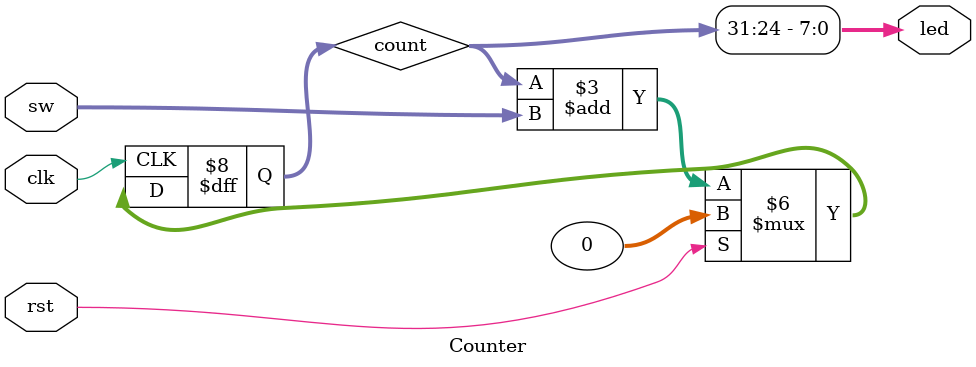
<source format=v>
`timescale 1ns / 1ps
module Counter(
	 input rst,
    input clk,
    input [7:0] sw,
    output [7:0] led
    );

reg [31:0] count;

initial count = 32'b0;
assign led[7:0] = count[31:24];
always @(posedge clk) 
begin
	if(~rst)
		count <= count + sw;
	else
		count <= 0;
end

endmodule

</source>
